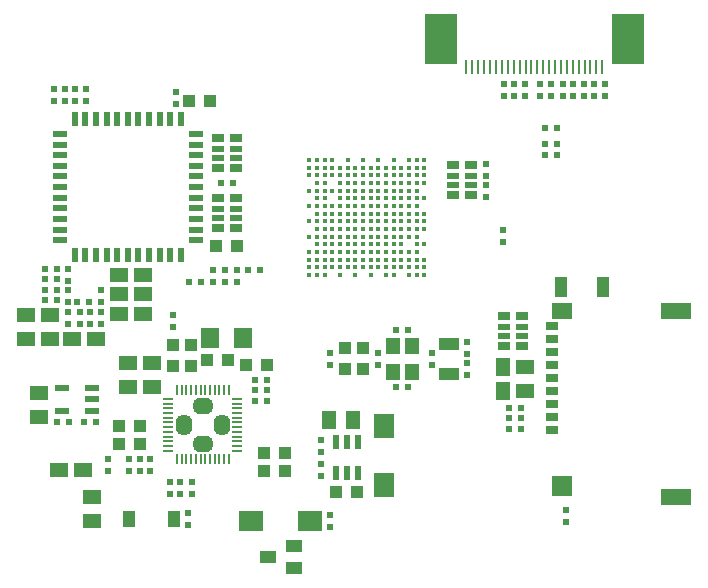
<source format=gbr>
%TF.GenerationSoftware,KiCad,Pcbnew,5.1.0-rc2-unknown-036be7d~80~ubuntu16.04.1*%
%TF.CreationDate,2019-11-29T15:46:33+02:00*%
%TF.ProjectId,S3-OLinuXino_Rev_A,53332d4f-4c69-46e7-9558-696e6f5f5265,F*%
%TF.SameCoordinates,Original*%
%TF.FileFunction,Paste,Bot*%
%TF.FilePolarity,Positive*%
%FSLAX46Y46*%
G04 Gerber Fmt 4.6, Leading zero omitted, Abs format (unit mm)*
G04 Created by KiCad (PCBNEW 5.1.0-rc2-unknown-036be7d~80~ubuntu16.04.1) date 2019-11-29 15:46:33*
%MOMM*%
%LPD*%
G04 APERTURE LIST*
%ADD10R,1.200000X1.400000*%
%ADD11R,0.550000X0.500000*%
%ADD12R,0.330000X0.330000*%
%ADD13R,1.524000X1.270000*%
%ADD14R,1.270000X1.524000*%
%ADD15R,0.230000X1.180000*%
%ADD16R,2.700000X4.300000*%
%ADD17R,2.600000X1.400000*%
%ADD18R,1.800000X1.800000*%
%ADD19R,1.800000X1.400000*%
%ADD20R,1.100000X0.700000*%
%ADD21R,1.800000X1.000000*%
%ADD22R,2.000000X1.700000*%
%ADD23R,1.700000X2.000000*%
%ADD24R,1.000000X1.400000*%
%ADD25O,1.800000X1.400000*%
%ADD26O,1.400000X1.800000*%
%ADD27R,0.211000X0.811000*%
%ADD28R,0.811000X0.211000*%
%ADD29R,1.300000X0.500000*%
%ADD30R,0.500000X1.300000*%
%ADD31R,1.200000X0.550000*%
%ADD32R,0.550000X1.200000*%
%ADD33R,0.500000X0.550000*%
%ADD34R,1.016000X1.016000*%
%ADD35R,1.016000X1.778000*%
%ADD36R,1.016000X0.762000*%
%ADD37R,1.016000X0.508000*%
%ADD38R,1.524000X1.778000*%
%ADD39R,1.400000X1.000000*%
G04 APERTURE END LIST*
D10*
%TO.C,Q2*%
X152362000Y-89197000D03*
X153962000Y-91397000D03*
X152362000Y-91397000D03*
X153962000Y-89197000D03*
%TD*%
D11*
%TO.C,R53*%
X133731000Y-86614000D03*
X133731000Y-87630000D03*
%TD*%
%TO.C,R34*%
X151130000Y-90805000D03*
X151130000Y-89789000D03*
%TD*%
D12*
%TO.C,U1*%
X145925000Y-79300000D03*
X150475000Y-79300000D03*
X151125000Y-79300000D03*
X151775000Y-79300000D03*
X152425000Y-79300000D03*
X153075000Y-79300000D03*
X153725000Y-79300000D03*
X155025000Y-79300000D03*
X154375000Y-79300000D03*
X147225000Y-79300000D03*
X149175000Y-79300000D03*
X148525000Y-79300000D03*
X149825000Y-79300000D03*
X146575000Y-79300000D03*
X147875000Y-79300000D03*
X145925000Y-78650000D03*
X145275000Y-78650000D03*
X150475000Y-78650000D03*
X151125000Y-78650000D03*
X151775000Y-78650000D03*
X152425000Y-78650000D03*
X153075000Y-78650000D03*
X153725000Y-78650000D03*
X155025000Y-78650000D03*
X154375000Y-78650000D03*
X147225000Y-78650000D03*
X149175000Y-78650000D03*
X148525000Y-78650000D03*
X149825000Y-78650000D03*
X146575000Y-78650000D03*
X147875000Y-78650000D03*
X150475000Y-83200000D03*
X151775000Y-83200000D03*
X152425000Y-83200000D03*
X153725000Y-83200000D03*
X155025000Y-83200000D03*
X154375000Y-83200000D03*
X149175000Y-83200000D03*
X145925000Y-83200000D03*
X147875000Y-83200000D03*
X145275000Y-83200000D03*
X146575000Y-83200000D03*
X152425000Y-73450000D03*
X149825000Y-73450000D03*
X145275000Y-73450000D03*
X146575000Y-73450000D03*
X153725000Y-73450000D03*
X154375000Y-73450000D03*
X151125000Y-73450000D03*
X155025000Y-73450000D03*
X145925000Y-73450000D03*
X147225000Y-73450000D03*
X148525000Y-73450000D03*
X152425000Y-74100000D03*
X149825000Y-74100000D03*
X147875000Y-74100000D03*
X145275000Y-74100000D03*
X146575000Y-74100000D03*
X153725000Y-74100000D03*
X149175000Y-74100000D03*
X154375000Y-74100000D03*
X151125000Y-74100000D03*
X155025000Y-74100000D03*
X153075000Y-74100000D03*
X150475000Y-74100000D03*
X151775000Y-74100000D03*
X145925000Y-74100000D03*
X147225000Y-74100000D03*
X148525000Y-74100000D03*
X152425000Y-74750000D03*
X149825000Y-74750000D03*
X147875000Y-74750000D03*
X145275000Y-74750000D03*
X146575000Y-74750000D03*
X153725000Y-74750000D03*
X149175000Y-74750000D03*
X154375000Y-74750000D03*
X151125000Y-74750000D03*
X155025000Y-74750000D03*
X153075000Y-74750000D03*
X150475000Y-74750000D03*
X151775000Y-74750000D03*
X145925000Y-74750000D03*
X147225000Y-74750000D03*
X148525000Y-74750000D03*
X152425000Y-75400000D03*
X149825000Y-75400000D03*
X147875000Y-75400000D03*
X146575000Y-75400000D03*
X153725000Y-75400000D03*
X149175000Y-75400000D03*
X154375000Y-75400000D03*
X151125000Y-75400000D03*
X155025000Y-75400000D03*
X153075000Y-75400000D03*
X150475000Y-75400000D03*
X151775000Y-75400000D03*
X145925000Y-75400000D03*
X148525000Y-75400000D03*
X152425000Y-76050000D03*
X149825000Y-76050000D03*
X147875000Y-76050000D03*
X145275000Y-76050000D03*
X146575000Y-76050000D03*
X153725000Y-76050000D03*
X149175000Y-76050000D03*
X154375000Y-76050000D03*
X151125000Y-76050000D03*
X153075000Y-76050000D03*
X150475000Y-76050000D03*
X151775000Y-76050000D03*
X145925000Y-76050000D03*
X147225000Y-76050000D03*
X148525000Y-76050000D03*
X152425000Y-76700000D03*
X149825000Y-76700000D03*
X147875000Y-76700000D03*
X146575000Y-76700000D03*
X153725000Y-76700000D03*
X149175000Y-76700000D03*
X154375000Y-76700000D03*
X151125000Y-76700000D03*
X155025000Y-76700000D03*
X153075000Y-76700000D03*
X150475000Y-76700000D03*
X151775000Y-76700000D03*
X145925000Y-76700000D03*
X148525000Y-76700000D03*
X152425000Y-77350000D03*
X149825000Y-77350000D03*
X147875000Y-77350000D03*
X145275000Y-77350000D03*
X146575000Y-77350000D03*
X153725000Y-77350000D03*
X149175000Y-77350000D03*
X154375000Y-77350000D03*
X151125000Y-77350000D03*
X153075000Y-77350000D03*
X150475000Y-77350000D03*
X151775000Y-77350000D03*
X145925000Y-77350000D03*
X147225000Y-77350000D03*
X148525000Y-77350000D03*
X152425000Y-78000000D03*
X149825000Y-78000000D03*
X147875000Y-78000000D03*
X146575000Y-78000000D03*
X153725000Y-78000000D03*
X149175000Y-78000000D03*
X154375000Y-78000000D03*
X151125000Y-78000000D03*
X155025000Y-78000000D03*
X153075000Y-78000000D03*
X150475000Y-78000000D03*
X151775000Y-78000000D03*
X145925000Y-78000000D03*
X147225000Y-78000000D03*
X148525000Y-78000000D03*
X153725000Y-79950000D03*
X151775000Y-79950000D03*
X147225000Y-79950000D03*
X148525000Y-79950000D03*
X149175000Y-79950000D03*
X145925000Y-79950000D03*
X149825000Y-79950000D03*
X147875000Y-79950000D03*
X145275000Y-79950000D03*
X146575000Y-79950000D03*
X154375000Y-79950000D03*
X150475000Y-79950000D03*
X151125000Y-79950000D03*
X153075000Y-79950000D03*
X152425000Y-79950000D03*
X151775000Y-80600000D03*
X147225000Y-80600000D03*
X148525000Y-80600000D03*
X149175000Y-80600000D03*
X145925000Y-80600000D03*
X149825000Y-80600000D03*
X147875000Y-80600000D03*
X146575000Y-80600000D03*
X155025000Y-80600000D03*
X154375000Y-80600000D03*
X150475000Y-80600000D03*
X151125000Y-80600000D03*
X153075000Y-80600000D03*
X152425000Y-80600000D03*
X153725000Y-81250000D03*
X151775000Y-81250000D03*
X147225000Y-81250000D03*
X148525000Y-81250000D03*
X149175000Y-81250000D03*
X145925000Y-81250000D03*
X149825000Y-81250000D03*
X147875000Y-81250000D03*
X145275000Y-81250000D03*
X146575000Y-81250000D03*
X154375000Y-81250000D03*
X150475000Y-81250000D03*
X151125000Y-81250000D03*
X153075000Y-81250000D03*
X152425000Y-81250000D03*
X153725000Y-81900000D03*
X151775000Y-81900000D03*
X147225000Y-81900000D03*
X148525000Y-81900000D03*
X149175000Y-81900000D03*
X145925000Y-81900000D03*
X149825000Y-81900000D03*
X147875000Y-81900000D03*
X145275000Y-81900000D03*
X146575000Y-81900000D03*
X155025000Y-81900000D03*
X154375000Y-81900000D03*
X150475000Y-81900000D03*
X151125000Y-81900000D03*
X153075000Y-81900000D03*
X152425000Y-81900000D03*
X153725000Y-82550000D03*
X151775000Y-82550000D03*
X147225000Y-82550000D03*
X148525000Y-82550000D03*
X149175000Y-82550000D03*
X145925000Y-82550000D03*
X149825000Y-82550000D03*
X147875000Y-82550000D03*
X145275000Y-82550000D03*
X146575000Y-82550000D03*
X155025000Y-82550000D03*
X154375000Y-82550000D03*
X150475000Y-82550000D03*
X151125000Y-82550000D03*
X153075000Y-82550000D03*
X152425000Y-82550000D03*
%TD*%
D13*
%TO.C,L12*%
X124079000Y-99695000D03*
X126111000Y-99695000D03*
%TD*%
D14*
%TO.C,C58*%
X148971000Y-95504000D03*
X146939000Y-95504000D03*
%TD*%
D15*
%TO.C,CAM1*%
X158588000Y-65596000D03*
X159088000Y-65596000D03*
X159588000Y-65596000D03*
X160088000Y-65596000D03*
X160588000Y-65596000D03*
X161088000Y-65596000D03*
X161588000Y-65596000D03*
X162088000Y-65596000D03*
X162588000Y-65596000D03*
X163088000Y-65596000D03*
X163588000Y-65596000D03*
X164088000Y-65596000D03*
X164588000Y-65596000D03*
X165088000Y-65596000D03*
X165588000Y-65596000D03*
X166088000Y-65596000D03*
X166588000Y-65596000D03*
X167088000Y-65596000D03*
X167588000Y-65596000D03*
X168088000Y-65596000D03*
X168588000Y-65596000D03*
X169088000Y-65596000D03*
X169588000Y-65596000D03*
X170088000Y-65596000D03*
D16*
X156438000Y-63246000D03*
X172238000Y-63246000D03*
%TD*%
D17*
%TO.C,MICRO_SD1*%
X176305600Y-86257000D03*
X176305600Y-101957000D03*
D18*
X166705600Y-101057000D03*
D19*
X166705600Y-86257000D03*
D20*
X165825600Y-87557000D03*
X165825600Y-88657000D03*
X165825600Y-89757000D03*
X165825600Y-90857000D03*
X165825600Y-91957000D03*
X165825600Y-93057000D03*
X165825600Y-94157000D03*
X165825600Y-95257000D03*
X165825600Y-96357000D03*
%TD*%
D21*
%TO.C,Q1*%
X157099000Y-91547000D03*
X157099000Y-89047000D03*
%TD*%
D22*
%TO.C,D4*%
X140375000Y-104013000D03*
X145375000Y-104013000D03*
%TD*%
D23*
%TO.C,D3*%
X151574500Y-100988500D03*
X151574500Y-95988500D03*
%TD*%
D24*
%TO.C,D1*%
X133853000Y-103886000D03*
X130053000Y-103886000D03*
%TD*%
D25*
%TO.C,U4*%
X136271000Y-97485000D03*
X136271000Y-94285000D03*
D26*
X134671000Y-95885000D03*
X137871000Y-95885000D03*
D27*
X138471000Y-92965000D03*
X138071000Y-92965000D03*
X137671000Y-92965000D03*
X137271000Y-92965000D03*
X136871000Y-92965000D03*
X136471000Y-92965000D03*
X136071000Y-92965000D03*
X135671000Y-92965000D03*
X135271000Y-92965000D03*
X134871000Y-92965000D03*
X134471000Y-92965000D03*
X134071000Y-92965000D03*
D28*
X133351000Y-93685000D03*
X133351000Y-94085000D03*
X133351000Y-94485000D03*
X133351000Y-94885000D03*
X133351000Y-95285000D03*
X133351000Y-95685000D03*
X133351000Y-96085000D03*
X133351000Y-96485000D03*
X133351000Y-96885000D03*
X133351000Y-97285000D03*
X133351000Y-97685000D03*
X133351000Y-98085000D03*
D27*
X134071000Y-98805000D03*
X134471000Y-98805000D03*
X134871000Y-98805000D03*
X135271000Y-98805000D03*
X135671000Y-98805000D03*
X136071000Y-98805000D03*
X136471000Y-98805000D03*
X136871000Y-98805000D03*
X137271000Y-98805000D03*
X137671000Y-98805000D03*
X138071000Y-98805000D03*
X138471000Y-98805000D03*
D28*
X139191000Y-98085000D03*
X139191000Y-97685000D03*
X139191000Y-97285000D03*
X139191000Y-96885000D03*
X139191000Y-96485000D03*
X139191000Y-96085000D03*
X139191000Y-95685000D03*
X139191000Y-95285000D03*
X139191000Y-94885000D03*
X139191000Y-94485000D03*
X139191000Y-94085000D03*
X139191000Y-93685000D03*
%TD*%
D29*
%TO.C,U3*%
X124146000Y-71252000D03*
X124146000Y-72152000D03*
X124146000Y-73052000D03*
X124146000Y-73952000D03*
X124146000Y-74852000D03*
X124146000Y-75752000D03*
X124146000Y-76652000D03*
X124146000Y-77552000D03*
X124146000Y-78452000D03*
X124146000Y-79352000D03*
X124146000Y-80252000D03*
D30*
X125421000Y-81527000D03*
X126321000Y-81527000D03*
X127221000Y-81527000D03*
X128121000Y-81527000D03*
X129021000Y-81527000D03*
X129921000Y-81527000D03*
X130821000Y-81527000D03*
X131721000Y-81527000D03*
X132621000Y-81527000D03*
X133521000Y-81527000D03*
X134421000Y-81527000D03*
D29*
X135696000Y-80252000D03*
X135696000Y-79352000D03*
X135696000Y-78452000D03*
X135696000Y-77552000D03*
X135696000Y-76652000D03*
X135696000Y-75752000D03*
X135696000Y-74852000D03*
X135696000Y-73952000D03*
X135696000Y-73052000D03*
X135696000Y-72152000D03*
X135696000Y-71252000D03*
D30*
X134421000Y-69977000D03*
X133521000Y-69977000D03*
X132621000Y-69977000D03*
X131721000Y-69977000D03*
X130821000Y-69977000D03*
X129921000Y-69977000D03*
X129021000Y-69977000D03*
X128121000Y-69977000D03*
X127221000Y-69977000D03*
X126321000Y-69977000D03*
X125421000Y-69977000D03*
%TD*%
D31*
%TO.C,U6*%
X126903000Y-92776000D03*
X126903000Y-93726000D03*
X126903000Y-94676000D03*
X124303000Y-92776000D03*
X124303000Y-94676000D03*
%TD*%
D32*
%TO.C,U7*%
X149413000Y-99979100D03*
X148463000Y-99979100D03*
X147513000Y-99979100D03*
X147513000Y-97378900D03*
X148463000Y-97378900D03*
X149413000Y-97378900D03*
%TD*%
D11*
%TO.C,C13*%
X123698000Y-68452998D03*
X123698000Y-67436998D03*
%TD*%
%TO.C,C11*%
X125476000Y-67437000D03*
X125476000Y-68453000D03*
%TD*%
%TO.C,C95*%
X124841000Y-82677000D03*
X124841000Y-83693000D03*
%TD*%
%TO.C,C10*%
X126365000Y-67437000D03*
X126365000Y-68453000D03*
%TD*%
D33*
%TO.C,C54*%
X152654000Y-92710000D03*
X153670000Y-92710000D03*
%TD*%
D11*
%TO.C,C7*%
X133985000Y-68707000D03*
X133985000Y-67691000D03*
%TD*%
%TO.C,C51*%
X158661099Y-88900000D03*
X158661099Y-89916000D03*
%TD*%
%TO.C,C52*%
X158661099Y-91694000D03*
X158661099Y-90678000D03*
%TD*%
%TO.C,C32*%
X147066000Y-89789002D03*
X147066000Y-90805002D03*
%TD*%
%TO.C,C104*%
X162623500Y-67056000D03*
X162623500Y-68072000D03*
%TD*%
%TO.C,C101*%
X169418000Y-67056000D03*
X169418000Y-68072000D03*
%TD*%
%TO.C,C102*%
X165735000Y-67056000D03*
X165735000Y-68072000D03*
%TD*%
%TO.C,C103*%
X164846000Y-67056000D03*
X164846000Y-68072000D03*
%TD*%
%TO.C,C30*%
X135382000Y-101727000D03*
X135382000Y-100711000D03*
%TD*%
%TO.C,C20*%
X134366000Y-101727000D03*
X134366000Y-100711000D03*
%TD*%
D33*
%TO.C,C64*%
X166243000Y-73025000D03*
X165227000Y-73025000D03*
%TD*%
%TO.C,C63*%
X166243000Y-72136000D03*
X165227000Y-72136000D03*
%TD*%
%TO.C,C9*%
X138176000Y-82804000D03*
X139192000Y-82804000D03*
%TD*%
D11*
%TO.C,C71*%
X127635000Y-86360000D03*
X127635000Y-87376000D03*
%TD*%
D33*
%TO.C,C100*%
X123952000Y-85343999D03*
X122936000Y-85343999D03*
%TD*%
%TO.C,C66*%
X124841000Y-86360000D03*
X125857000Y-86360000D03*
%TD*%
%TO.C,C99*%
X122936000Y-83565999D03*
X123952000Y-83565999D03*
%TD*%
%TO.C,C53*%
X153670000Y-87884000D03*
X152654000Y-87884000D03*
%TD*%
D11*
%TO.C,C57*%
X160274000Y-73805000D03*
X160274000Y-74821000D03*
%TD*%
%TO.C,C60*%
X160274000Y-76581000D03*
X160274000Y-75565000D03*
%TD*%
%TO.C,C94*%
X124841000Y-84455000D03*
X124841000Y-85471000D03*
%TD*%
D34*
%TO.C,C46*%
X141478000Y-98298000D03*
X143256000Y-98298000D03*
%TD*%
%TO.C,C42*%
X130937000Y-97536000D03*
X129159000Y-97536000D03*
%TD*%
%TO.C,C29*%
X129159000Y-96012000D03*
X130937000Y-96012000D03*
%TD*%
%TO.C,C45*%
X133731000Y-90932000D03*
X133731000Y-89154000D03*
%TD*%
%TO.C,C8*%
X137414000Y-80772000D03*
X139192000Y-80772000D03*
%TD*%
%TO.C,C44*%
X135255000Y-90932000D03*
X135255000Y-89154000D03*
%TD*%
%TO.C,C6*%
X135128000Y-68453000D03*
X136906000Y-68453000D03*
%TD*%
%TO.C,C31*%
X148336000Y-89408000D03*
X148336000Y-91186000D03*
%TD*%
%TO.C,C37*%
X149860000Y-89408000D03*
X149860000Y-91186000D03*
%TD*%
%TO.C,C67*%
X149352000Y-101600000D03*
X147574000Y-101600000D03*
%TD*%
%TO.C,C47*%
X138430000Y-90424000D03*
X136652000Y-90424000D03*
%TD*%
%TO.C,C43*%
X141478000Y-99822000D03*
X143256000Y-99822000D03*
%TD*%
%TO.C,C34*%
X141732000Y-90805000D03*
X139954000Y-90805000D03*
%TD*%
D13*
%TO.C,C56*%
X126873000Y-101981000D03*
X126873000Y-104013000D03*
%TD*%
%TO.C,C61*%
X122428000Y-95250000D03*
X122428000Y-93218000D03*
%TD*%
%TO.C,C12*%
X163576000Y-91008200D03*
X163576000Y-93040200D03*
%TD*%
%TO.C,C27*%
X129921000Y-90678000D03*
X129921000Y-92710000D03*
%TD*%
%TO.C,C26*%
X131953000Y-90678000D03*
X131953000Y-92710000D03*
%TD*%
%TO.C,C70*%
X123317000Y-88646000D03*
X123317000Y-86614000D03*
%TD*%
%TO.C,C69*%
X121285000Y-88646000D03*
X121285000Y-86614000D03*
%TD*%
D35*
%TO.C,C65*%
X166624000Y-84201000D03*
X170180000Y-84201000D03*
%TD*%
D11*
%TO.C,L1*%
X124587000Y-67437000D03*
X124587000Y-68453000D03*
%TD*%
D13*
%TO.C,L11*%
X129159000Y-84836000D03*
X131191000Y-84836000D03*
%TD*%
D14*
%TO.C,L2*%
X161671000Y-91008200D03*
X161671000Y-93040200D03*
%TD*%
D13*
%TO.C,L10*%
X131191000Y-86487000D03*
X129159000Y-86487000D03*
%TD*%
%TO.C,L8*%
X125222000Y-88646000D03*
X127254000Y-88646000D03*
%TD*%
%TO.C,L9*%
X129159000Y-83185000D03*
X131191000Y-83185000D03*
%TD*%
D36*
%TO.C,RM4*%
X157480000Y-73914000D03*
X159004000Y-73914000D03*
X157480000Y-76454000D03*
X159004000Y-76454000D03*
D37*
X157480000Y-74803000D03*
X157480000Y-75565000D03*
X159004000Y-74803000D03*
X159004000Y-75565000D03*
%TD*%
%TO.C,RM3*%
X161798000Y-87579200D03*
X161798000Y-88341200D03*
X163322000Y-87579200D03*
X163322000Y-88341200D03*
D36*
X161798000Y-86690200D03*
X163322000Y-86690200D03*
X161798000Y-89230200D03*
X163322000Y-89230200D03*
%TD*%
D37*
%TO.C,RM2*%
X139065000Y-78359000D03*
X139065000Y-77597000D03*
X137541000Y-78359000D03*
X137541000Y-77597000D03*
D36*
X139065000Y-79248000D03*
X137541000Y-79248000D03*
X139065000Y-76708000D03*
X137541000Y-76708000D03*
%TD*%
D37*
%TO.C,RM1*%
X139065000Y-73279000D03*
X139065000Y-72517000D03*
X137541000Y-73279000D03*
X137541000Y-72517000D03*
D36*
X139065000Y-74168000D03*
X137541000Y-74168000D03*
X139065000Y-71628000D03*
X137541000Y-71628000D03*
%TD*%
D11*
%TO.C,R63*%
X161734500Y-68072000D03*
X161734500Y-67056000D03*
%TD*%
%TO.C,R62*%
X163512500Y-68072000D03*
X163512500Y-67056000D03*
%TD*%
D33*
%TO.C,R8*%
X136144000Y-83820000D03*
X135128000Y-83820000D03*
%TD*%
D11*
%TO.C,R61*%
X166751000Y-68072000D03*
X166751000Y-67056000D03*
%TD*%
D33*
%TO.C,R9*%
X138811000Y-75438000D03*
X137795000Y-75438000D03*
%TD*%
%TO.C,R10*%
X162179000Y-96215200D03*
X163195000Y-96215200D03*
%TD*%
D11*
%TO.C,R13*%
X137160000Y-82804000D03*
X137160000Y-83820000D03*
%TD*%
%TO.C,R60*%
X167640000Y-68072000D03*
X167640000Y-67056000D03*
%TD*%
%TO.C,R1*%
X167005000Y-104140000D03*
X167005000Y-103124000D03*
%TD*%
%TO.C,R3*%
X170307000Y-68072000D03*
X170307000Y-67056000D03*
%TD*%
%TO.C,R2*%
X168529000Y-68072000D03*
X168529000Y-67056000D03*
%TD*%
D33*
%TO.C,R11*%
X163195000Y-95326200D03*
X162179000Y-95326200D03*
%TD*%
D11*
%TO.C,R7*%
X135001000Y-103378000D03*
X135001000Y-104394000D03*
%TD*%
D33*
%TO.C,R12*%
X162179000Y-94437200D03*
X163195000Y-94437200D03*
%TD*%
D11*
%TO.C,R44*%
X146304000Y-99187001D03*
X146304000Y-100203001D03*
%TD*%
%TO.C,R46*%
X147066000Y-103505000D03*
X147066000Y-104521000D03*
%TD*%
%TO.C,R33*%
X155702000Y-90805000D03*
X155702000Y-89789000D03*
%TD*%
D33*
%TO.C,R32*%
X138176000Y-83820000D03*
X139192000Y-83820000D03*
%TD*%
%TO.C,R30*%
X165227000Y-70739000D03*
X166243000Y-70739000D03*
%TD*%
%TO.C,R41*%
X127254000Y-95631000D03*
X126238000Y-95631000D03*
%TD*%
D11*
%TO.C,R51*%
X127635000Y-84455000D03*
X127635000Y-85471000D03*
%TD*%
D33*
%TO.C,R55*%
X122936000Y-82676999D03*
X123952000Y-82676999D03*
%TD*%
%TO.C,R54*%
X123952001Y-84455000D03*
X122936001Y-84455000D03*
%TD*%
%TO.C,R52*%
X125603000Y-85471000D03*
X126619000Y-85471000D03*
%TD*%
D11*
%TO.C,R29*%
X161671000Y-80391000D03*
X161671000Y-79375000D03*
%TD*%
%TO.C,R45*%
X126746000Y-86360000D03*
X126746000Y-87376000D03*
%TD*%
D33*
%TO.C,R39*%
X123952000Y-95631000D03*
X124968000Y-95631000D03*
%TD*%
%TO.C,R47*%
X124841000Y-87376000D03*
X125857000Y-87376000D03*
%TD*%
D11*
%TO.C,R17*%
X133477000Y-101727000D03*
X133477000Y-100711000D03*
%TD*%
%TO.C,R40*%
X146304000Y-97155000D03*
X146304000Y-98171000D03*
%TD*%
D33*
%TO.C,R24*%
X140716000Y-92964000D03*
X141732000Y-92964000D03*
%TD*%
%TO.C,R25*%
X140716000Y-93853000D03*
X141732000Y-93853000D03*
%TD*%
D11*
%TO.C,R37*%
X130048000Y-98806000D03*
X130048000Y-99822000D03*
%TD*%
%TO.C,R35*%
X131826000Y-98806000D03*
X131826000Y-99822000D03*
%TD*%
%TO.C,R36*%
X130937000Y-98806000D03*
X130937000Y-99822000D03*
%TD*%
D33*
%TO.C,R22*%
X140081000Y-82804000D03*
X141097000Y-82804000D03*
%TD*%
D11*
%TO.C,R48*%
X128270000Y-99822000D03*
X128270000Y-98806000D03*
%TD*%
D33*
%TO.C,R26*%
X140716000Y-92075000D03*
X141732000Y-92075000D03*
%TD*%
D38*
%TO.C,R38*%
X139700000Y-88519000D03*
X136906000Y-88519000D03*
%TD*%
D39*
%TO.C,FET1*%
X143982440Y-106111040D03*
X143982440Y-108013500D03*
X141772640Y-107058460D03*
%TD*%
M02*

</source>
